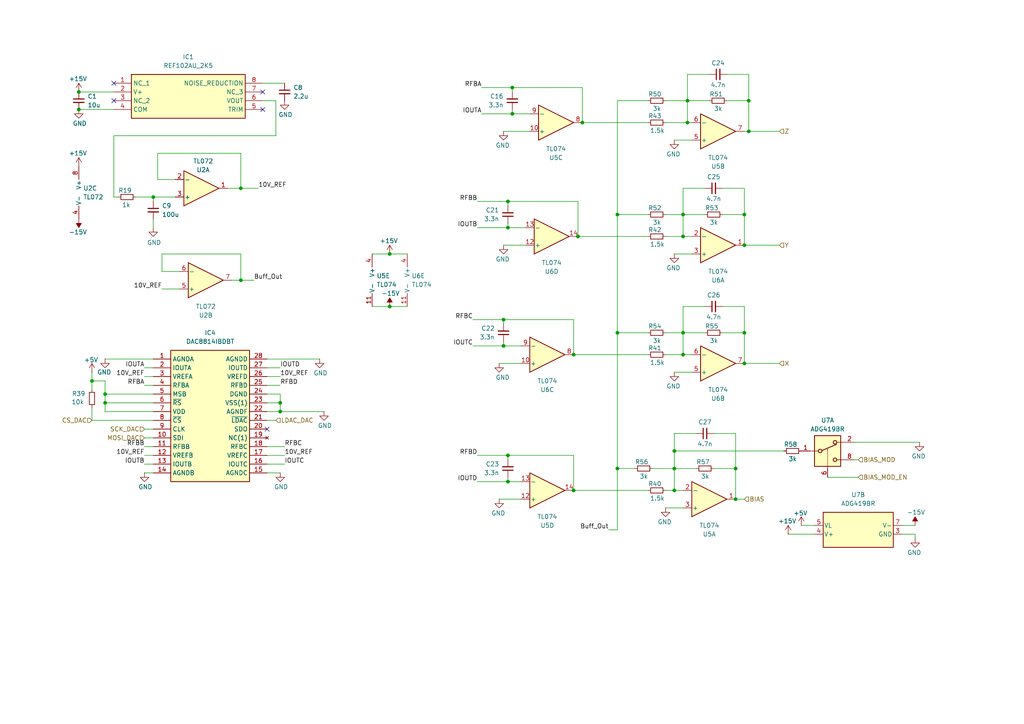
<source format=kicad_sch>
(kicad_sch (version 20250114) (generator "eeschema") (generator_version "9.0")
  (paper "A4")
  (lib_symbols
    (symbol "Amplifier_Operational:TL072" (pin_names (offset 0.127))
      (property "Reference" "U" (at 0 5.08 0))
      (property "Value" "TL072" (at 0 -5.08 0))
      (symbol "TL072_1_1"
        (polyline (pts (xy -5.08 5.08) (xy 5.08 0) (xy -5.08 -5.08) (xy -5.08 5.08)) (stroke (width 0.254)) (fill (type background)))
        (pin input line (at -7.62 2.54 0) (length 2.54) (name "+") (number "3"))
        (pin input line (at -7.62 -2.54 0) (length 2.54) (name "-") (number "2"))
        (pin output line (at 7.62 0 180) (length 2.54) (name "~") (number "1"))
      )
      (symbol "TL072_2_1"
        (polyline (pts (xy -5.08 5.08) (xy 5.08 0) (xy -5.08 -5.08) (xy -5.08 5.08)) (stroke (width 0.254)) (fill (type background)))
        (pin input line (at -7.62 2.54 0) (length 2.54) (name "+") (number "5"))
        (pin input line (at -7.62 -2.54 0) (length 2.54) (name "-") (number "6"))
        (pin output line (at 7.62 0 180) (length 2.54) (name "~") (number "7"))
      )
      (symbol "TL072_3_1"
        (pin power_in line (at -2.54 7.62 270) (length 3.81) (name "V+") (number "8"))
        (pin power_in line (at -2.54 -7.62 90) (length 3.81) (name "V-") (number "4"))
      )
    )
    (symbol "Amplifier_Operational:TL074" (pin_names (offset 0.127))
      (property "Reference" "U" (at 0 5.08 0))
      (property "Value" "TL074" (at 0 -5.08 0))
      (symbol "TL074_1_1"
        (polyline (pts (xy -5.08 5.08) (xy 5.08 0) (xy -5.08 -5.08) (xy -5.08 5.08)) (stroke (width 0.254)) (fill (type background)))
        (pin input line (at -7.62 2.54 0) (length 2.54) (name "+") (number "3"))
        (pin input line (at -7.62 -2.54 0) (length 2.54) (name "-") (number "2"))
        (pin output line (at 7.62 0 180) (length 2.54) (name "~") (number "1"))
      )
      (symbol "TL074_2_1"
        (polyline (pts (xy -5.08 5.08) (xy 5.08 0) (xy -5.08 -5.08) (xy -5.08 5.08)) (stroke (width 0.254)) (fill (type background)))
        (pin input line (at -7.62 2.54 0) (length 2.54) (name "+") (number "5"))
        (pin input line (at -7.62 -2.54 0) (length 2.54) (name "-") (number "6"))
        (pin output line (at 7.62 0 180) (length 2.54) (name "~") (number "7"))
      )
      (symbol "TL074_3_1"
        (polyline (pts (xy -5.08 5.08) (xy 5.08 0) (xy -5.08 -5.08) (xy -5.08 5.08)) (stroke (width 0.254)) (fill (type background)))
        (pin input line (at -7.62 2.54 0) (length 2.54) (name "+") (number "10"))
        (pin input line (at -7.62 -2.54 0) (length 2.54) (name "-") (number "9"))
        (pin output line (at 7.62 0 180) (length 2.54) (name "~") (number "8"))
      )
      (symbol "TL074_4_1"
        (polyline (pts (xy -5.08 5.08) (xy 5.08 0) (xy -5.08 -5.08) (xy -5.08 5.08)) (stroke (width 0.254)) (fill (type background)))
        (pin input line (at -7.62 2.54 0) (length 2.54) (name "+") (number "12"))
        (pin input line (at -7.62 -2.54 0) (length 2.54) (name "-") (number "13"))
        (pin output line (at 7.62 0 180) (length 2.54) (name "~") (number "14"))
      )
      (symbol "TL074_5_1"
        (pin power_in line (at -2.54 7.62 270) (length 3.81) (name "V+") (number "4"))
        (pin power_in line (at -2.54 -7.62 90) (length 3.81) (name "V-") (number "11"))
      )
    )
    (symbol "Analog_Switch:ADG419BR" (pin_names (offset 0.254))
      (property "Reference" "U" (at -3.175 4.699 0))
      (property "Value" "ADG419BR" (at -3.175 2.921 0))
      (symbol "ADG419BR_1_1"
        (polyline (pts (xy -5.08 0) (xy -2.794 0)))
        (rectangle (start -3.81 4.445) (end 3.81 -4.445) (stroke (width 0.254)) (fill (type background)))
        (circle (center -2.159 0) (radius 0.508) (stroke (width 0.254)))
        (polyline (pts (xy -1.651 0.127) (xy 2.54 1.905)) (stroke (width 0.254)))
        (polyline (pts (xy 0 0.254) (xy 0 0.508)))
        (polyline (pts (xy 0 0.254) (xy 0 0.508)))
        (polyline (pts (xy 0 -0.254) (xy 0 0)))
        (polyline (pts (xy 0 -0.762) (xy 0 -0.508)))
        (polyline (pts (xy 0 -1.27) (xy 0 -1.016)))
        (polyline (pts (xy 0 -1.778) (xy 0 -1.524)))
        (polyline (pts (xy 0 -2.286) (xy 0 -2.032)))
        (polyline (pts (xy 0 -2.794) (xy 0 -2.54)))
        (polyline (pts (xy 0 -3.302) (xy 0 -3.048)))
        (polyline (pts (xy 0 -3.81) (xy 0 -3.556)))
        (polyline (pts (xy 0 -4.318) (xy 0 -4.064)))
        (polyline (pts (xy 0 -5.08) (xy 0 -4.572)))
        (circle (center 2.159 2.54) (radius 0.508) (stroke (width 0.254)))
        (circle (center 2.159 -2.54) (radius 0.508) (stroke (width 0.254)))
        (polyline (pts (xy 5.08 2.54) (xy 2.794 2.54)))
        (polyline (pts (xy 5.08 -2.54) (xy 2.794 -2.54)))
        (pin passive line (at -7.62 0 0) (length 2.54) (name "~") (number "1"))
        (pin input line (at 0 -7.62 90) (length 2.54) (name "~") (number "6"))
        (pin passive line (at 7.62 2.54 180) (length 2.54) (name "~") (number "2"))
        (pin passive line (at 7.62 -2.54 180) (length 2.54) (name "~") (number "8"))
      )
      (symbol "ADG419BR_2_0"
        (pin power_in line (at 0 12.7 270) (length 2.54) (name "V+") (number "4"))
        (pin power_in line (at 0 -12.7 90) (length 2.54) (name "GND") (number "3"))
        (pin power_in line (at 2.54 12.7 270) (length 2.54) (name "VL") (number "5"))
        (pin power_in line (at 2.54 -12.7 90) (length 2.54) (name "V-") (number "7"))
      )
      (symbol "ADG419BR_2_1"
        (rectangle (start -3.81 10.16) (end 6.35 -10.16) (stroke (width 0.254)) (fill (type background)))
      )
    )
    (symbol "DAC8814IBDBT:DAC8814IBDBT"
      (property "Reference" "IC" (at 29.21 7.62 0))
      (property "Value" "DAC8814IBDBT" (at 29.21 5.08 0))
      (symbol "DAC8814IBDBT_1_1"
        (rectangle (start 5.08 2.54) (end 27.94 -35.56) (stroke (width 0.254)) (fill (type background)))
        (pin passive line (at 0 0 0) (length 5.08) (name "AGNDA") (number "1"))
        (pin passive line (at 0 -2.54 0) (length 5.08) (name "IOUTA") (number "2"))
        (pin passive line (at 0 -5.08 0) (length 5.08) (name "VREFA") (number "3"))
        (pin passive line (at 0 -7.62 0) (length 5.08) (name "RFBA") (number "4"))
        (pin passive line (at 0 -10.16 0) (length 5.08) (name "MSB") (number "5"))
        (pin passive line (at 0 -12.7 0) (length 5.08) (name "~{RS}") (number "6"))
        (pin passive line (at 0 -15.24 0) (length 5.08) (name "VDD") (number "7"))
        (pin passive line (at 0 -17.78 0) (length 5.08) (name "~{CS}") (number "8"))
        (pin passive line (at 0 -20.32 0) (length 5.08) (name "CLK") (number "9"))
        (pin passive line (at 0 -22.86 0) (length 5.08) (name "SDI") (number "10"))
        (pin passive line (at 0 -25.4 0) (length 5.08) (name "RFBB") (number "11"))
        (pin passive line (at 0 -27.94 0) (length 5.08) (name "VREFB") (number "12"))
        (pin passive line (at 0 -30.48 0) (length 5.08) (name "IOUTB") (number "13"))
        (pin passive line (at 0 -33.02 0) (length 5.08) (name "AGNDB") (number "14"))
        (pin passive line (at 33.02 0 180) (length 5.08) (name "AGNDD") (number "28"))
        (pin passive line (at 33.02 -2.54 180) (length 5.08) (name "IOUTD") (number "27"))
        (pin passive line (at 33.02 -5.08 180) (length 5.08) (name "VREFD") (number "26"))
        (pin passive line (at 33.02 -7.62 180) (length 5.08) (name "RFBD") (number "25"))
        (pin passive line (at 33.02 -10.16 180) (length 5.08) (name "DGND") (number "24"))
        (pin passive line (at 33.02 -12.7 180) (length 5.08) (name "VSS(1)") (number "23"))
        (pin passive line (at 33.02 -15.24 180) (length 5.08) (name "AGNDF") (number "22"))
        (pin passive line (at 33.02 -17.78 180) (length 5.08) (name "~{LDAC}") (number "21"))
        (pin passive line (at 33.02 -20.32 180) (length 5.08) (name "SDO") (number "20"))
        (pin no_connect line (at 33.02 -22.86 180) (length 5.08) (name "NC(1)") (number "19"))
        (pin passive line (at 33.02 -25.4 180) (length 5.08) (name "RFBC") (number "18"))
        (pin passive line (at 33.02 -27.94 180) (length 5.08) (name "VREFC") (number "17"))
        (pin passive line (at 33.02 -30.48 180) (length 5.08) (name "IOUTC") (number "16"))
        (pin passive line (at 33.02 -33.02 180) (length 5.08) (name "AGNDC") (number "15"))
      )
    )
    (symbol "Device:C_Small" (pin_numbers (hide yes)) (pin_names (offset 0.254) (hide yes))
      (property "Reference" "C" (at 0.254 1.778 0))
      (property "Value" "C_Small" (at 0.254 -2.032 0))
      (symbol "C_Small_0_1"
        (polyline (pts (xy -1.524 0.508) (xy 1.524 0.508)) (stroke (width 0.3048)))
        (polyline (pts (xy -1.524 -0.508) (xy 1.524 -0.508)) (stroke (width 0.3302)))
      )
      (symbol "C_Small_1_1"
        (pin passive line (at 0 2.54 270) (length 2.032) (name "~") (number "1"))
        (pin passive line (at 0 -2.54 90) (length 2.032) (name "~") (number "2"))
      )
    )
    (symbol "Device:R_Small" (pin_numbers (hide yes)) (pin_names (offset 0.254) (hide yes))
      (property "Reference" "R" (at 0.762 0.508 0))
      (property "Value" "R_Small" (at 0.762 -1.016 0))
      (symbol "R_Small_0_1"
        (rectangle (start -0.762 1.778) (end 0.762 -1.778) (stroke (width 0.2032)))
      )
      (symbol "R_Small_1_1"
        (pin passive line (at 0 2.54 270) (length 0.762) (name "~") (number "1"))
        (pin passive line (at 0 -2.54 90) (length 0.762) (name "~") (number "2"))
      )
    )
    (symbol "REF102AU_2K5:REF102AU_2K5"
      (property "Reference" "IC" (at 39.37 7.62 0))
      (property "Value" "REF102AU_2K5" (at 39.37 5.08 0))
      (symbol "REF102AU_2K5_1_1"
        (rectangle (start 5.08 2.54) (end 38.1 -10.16) (stroke (width 0.254)) (fill (type background)))
        (pin passive line (at 0 0 0) (length 5.08) (name "NC_1") (number "1"))
        (pin passive line (at 0 -2.54 0) (length 5.08) (name "V+") (number "2"))
        (pin passive line (at 0 -5.08 0) (length 5.08) (name "NC_2") (number "3"))
        (pin passive line (at 0 -7.62 0) (length 5.08) (name "COM") (number "4"))
        (pin passive line (at 43.18 0 180) (length 5.08) (name "NOISE_REDUCTION") (number "8"))
        (pin passive line (at 43.18 -2.54 180) (length 5.08) (name "NC_3") (number "7"))
        (pin passive line (at 43.18 -5.08 180) (length 5.08) (name "VOUT") (number "6"))
        (pin passive line (at 43.18 -7.62 180) (length 5.08) (name "TRIM") (number "5"))
      )
    )
    (symbol "power:+15V" (power) (pin_numbers (hide yes)) (pin_names (offset 0) (hide yes))
      (property "Value" "+15V" (at 0 3.556 0))
      (symbol "+15V_0_1"
        (polyline (pts (xy -0.762 1.27) (xy 0 2.54)))
        (polyline (pts (xy 0 2.54) (xy 0.762 1.27)))
        (polyline (pts (xy 0 0) (xy 0 2.54)))
      )
      (symbol "+15V_1_1"
        (pin power_in line (at 0 0 90) (length 0) (name "~") (number "1"))
      )
    )
    (symbol "power:+5V" (power) (pin_numbers (hide yes)) (pin_names (offset 0) (hide yes))
      (property "Value" "+5V" (at 0 3.556 0))
      (symbol "+5V_0_1"
        (polyline (pts (xy -0.762 1.27) (xy 0 2.54)))
        (polyline (pts (xy 0 2.54) (xy 0.762 1.27)))
        (polyline (pts (xy 0 0) (xy 0 2.54)))
      )
      (symbol "+5V_1_1"
        (pin power_in line (at 0 0 90) (length 0) (name "~") (number "1"))
      )
    )
    (symbol "power:-15V" (power) (pin_numbers (hide yes)) (pin_names (offset 0) (hide yes))
      (property "Value" "-15V" (at 0 3.556 0))
      (symbol "-15V_0_0"
        (pin power_in line (at 0 0 90) (length 0) (name "~") (number "1"))
      )
      (symbol "-15V_0_1"
        (polyline (pts (xy 0 0) (xy 0 1.27) (xy 0.762 1.27) (xy 0 2.54) (xy -0.762 1.27) (xy 0 1.27)) (fill (type outline)))
      )
    )
    (symbol "power:GND" (power) (pin_numbers (hide yes)) (pin_names (offset 0) (hide yes))
      (property "Value" "GND" (at 0 -3.81 0))
      (symbol "GND_0_1"
        (polyline (pts (xy 0 0) (xy 0 -1.27) (xy 1.27 -1.27) (xy 0 -2.54) (xy -1.27 -1.27) (xy 0 -1.27)))
      )
      (symbol "GND_1_1"
        (pin power_in line (at 0 0 270) (length 0) (name "~") (number "1"))
      )
    )
  )
  (junction (at 167.64 68.58))
  (junction (at 166.37 142.24))
  (junction (at 30.48 116.84))
  (junction (at 69.85 81.28))
  (junction (at 217.17 38.1))
  (junction (at 147.32 66.04))
  (junction (at 215.9 71.12))
  (junction (at 217.17 29.21))
  (junction (at 147.32 58.42))
  (junction (at 215.9 105.41))
  (junction (at 113.03 73.66))
  (junction (at 179.07 62.23))
  (junction (at 148.59 33.02))
  (junction (at 148.59 25.4))
  (junction (at 215.9 96.52))
  (junction (at 26.67 110.49))
  (junction (at 69.85 54.61))
  (junction (at 147.32 132.08))
  (junction (at 166.37 102.87))
  (junction (at 215.9 62.23))
  (junction (at 198.12 102.87))
  (junction (at 81.28 119.38))
  (junction (at 195.58 142.24))
  (junction (at 198.12 68.58))
  (junction (at 146.05 100.33))
  (junction (at 195.58 130.81))
  (junction (at 22.86 31.75))
  (junction (at 198.12 62.23))
  (junction (at 179.07 96.52))
  (junction (at 199.39 29.21))
  (junction (at 113.03 88.9))
  (junction (at 179.07 135.89))
  (junction (at 213.36 135.89))
  (junction (at 213.36 144.78))
  (junction (at 146.05 92.71))
  (junction (at 22.86 26.67))
  (junction (at 30.48 114.3))
  (junction (at 44.45 57.15))
  (junction (at 147.32 139.7))
  (junction (at 195.58 135.89))
  (junction (at 168.91 35.56))
  (junction (at 199.39 35.56))
  (junction (at 198.12 96.52))
  (junction (at 81.28 116.84))
  (no_connect (at 33.02 29.21))
  (no_connect (at 77.47 124.46))
  (no_connect (at 76.2 31.75))
  (no_connect (at 76.2 26.67))
  (no_connect (at 33.02 24.13))
  (wire (pts (xy 77.47 119.38) (xy 81.28 119.38)))
  (wire (pts (xy 195.58 107.95) (xy 200.66 107.95)))
  (wire (pts (xy 147.32 66.04) (xy 152.4 66.04)))
  (wire (pts (xy 240.03 138.43) (xy 248.92 138.43)))
  (wire (pts (xy 147.32 64.77) (xy 147.32 66.04)))
  (wire (pts (xy 198.12 102.87) (xy 200.66 102.87)))
  (wire (pts (xy 146.05 38.1) (xy 153.67 38.1)))
  (wire (pts (xy 215.9 62.23) (xy 215.9 71.12)))
  (wire (pts (xy 210.82 21.59) (xy 217.17 21.59)))
  (wire (pts (xy 199.39 35.56) (xy 200.66 35.56)))
  (wire (pts (xy 193.04 29.21) (xy 199.39 29.21)))
  (wire (pts (xy 198.12 68.58) (xy 200.66 68.58)))
  (wire (pts (xy 167.64 68.58) (xy 187.96 68.58)))
  (wire (pts (xy 77.47 116.84) (xy 81.28 116.84)))
  (wire (pts (xy 215.9 38.1) (xy 217.17 38.1)))
  (wire (pts (xy 213.36 125.73) (xy 213.36 135.89)))
  (wire (pts (xy 30.48 114.3) (xy 30.48 116.84)))
  (wire (pts (xy 247.65 133.35) (xy 248.92 133.35)))
  (wire (pts (xy 80.01 39.37) (xy 33.02 39.37)))
  (wire (pts (xy 22.86 31.75) (xy 33.02 31.75)))
  (wire (pts (xy 30.48 119.38) (xy 30.48 116.84)))
  (wire (pts (xy 146.05 100.33) (xy 151.13 100.33)))
  (wire (pts (xy 193.04 68.58) (xy 198.12 68.58)))
  (wire (pts (xy 80.01 29.21) (xy 76.2 29.21)))
  (wire (pts (xy 193.04 62.23) (xy 198.12 62.23)))
  (wire (pts (xy 198.12 54.61) (xy 198.12 62.23)))
  (wire (pts (xy 46.99 83.82) (xy 52.07 83.82)))
  (wire (pts (xy 144.78 105.41) (xy 151.13 105.41)))
  (wire (pts (xy 41.91 137.16) (xy 44.45 137.16)))
  (wire (pts (xy 228.6 154.94) (xy 236.22 154.94)))
  (wire (pts (xy 176.53 153.67) (xy 179.07 153.67)))
  (wire (pts (xy 166.37 132.08) (xy 166.37 142.24)))
  (wire (pts (xy 265.43 156.21) (xy 265.43 154.94)))
  (wire (pts (xy 33.02 57.15) (xy 34.29 57.15)))
  (wire (pts (xy 41.91 129.54) (xy 44.45 129.54)))
  (wire (pts (xy 44.45 116.84) (xy 30.48 116.84)))
  (wire (pts (xy 144.78 144.78) (xy 151.13 144.78)))
  (wire (pts (xy 213.36 135.89) (xy 213.36 144.78)))
  (wire (pts (xy 146.05 71.12) (xy 152.4 71.12)))
  (wire (pts (xy 148.59 31.75) (xy 148.59 33.02)))
  (wire (pts (xy 22.86 26.67) (xy 33.02 26.67)))
  (wire (pts (xy 80.01 39.37) (xy 80.01 29.21)))
  (wire (pts (xy 81.28 111.76) (xy 77.47 111.76)))
  (wire (pts (xy 204.47 88.9) (xy 198.12 88.9)))
  (wire (pts (xy 199.39 29.21) (xy 205.74 29.21)))
  (wire (pts (xy 41.91 134.62) (xy 44.45 134.62)))
  (wire (pts (xy 265.43 154.94) (xy 261.62 154.94)))
  (wire (pts (xy 210.82 29.21) (xy 217.17 29.21)))
  (wire (pts (xy 147.32 138.43) (xy 147.32 139.7)))
  (wire (pts (xy 30.48 114.3) (xy 30.48 110.49)))
  (wire (pts (xy 193.04 35.56) (xy 199.39 35.56)))
  (wire (pts (xy 261.62 152.4) (xy 265.43 152.4)))
  (wire (pts (xy 215.9 105.41) (xy 226.06 105.41)))
  (wire (pts (xy 215.9 54.61) (xy 215.9 62.23)))
  (wire (pts (xy 213.36 144.78) (xy 215.9 144.78)))
  (wire (pts (xy 217.17 21.59) (xy 217.17 29.21)))
  (wire (pts (xy 209.55 88.9) (xy 215.9 88.9)))
  (wire (pts (xy 107.95 88.9) (xy 113.03 88.9)))
  (wire (pts (xy 198.12 96.52) (xy 204.47 96.52)))
  (wire (pts (xy 69.85 54.61) (xy 66.04 54.61)))
  (wire (pts (xy 209.55 54.61) (xy 215.9 54.61)))
  (wire (pts (xy 168.91 35.56) (xy 168.91 25.4)))
  (wire (pts (xy 45.72 52.07) (xy 45.72 44.45)))
  (wire (pts (xy 81.28 106.68) (xy 77.47 106.68)))
  (wire (pts (xy 166.37 92.71) (xy 166.37 102.87)))
  (wire (pts (xy 82.55 129.54) (xy 77.47 129.54)))
  (wire (pts (xy 166.37 92.71) (xy 146.05 92.71)))
  (wire (pts (xy 147.32 139.7) (xy 151.13 139.7)))
  (wire (pts (xy 44.45 114.3) (xy 30.48 114.3)))
  (wire (pts (xy 26.67 118.11) (xy 26.67 121.92)))
  (wire (pts (xy 179.07 29.21) (xy 179.07 62.23)))
  (wire (pts (xy 139.7 25.4) (xy 148.59 25.4)))
  (wire (pts (xy 147.32 132.08) (xy 147.32 133.35)))
  (wire (pts (xy 195.58 73.66) (xy 200.66 73.66)))
  (wire (pts (xy 198.12 96.52) (xy 198.12 102.87)))
  (wire (pts (xy 41.91 109.22) (xy 44.45 109.22)))
  (wire (pts (xy 168.91 25.4) (xy 148.59 25.4)))
  (wire (pts (xy 195.58 135.89) (xy 195.58 142.24)))
  (wire (pts (xy 198.12 62.23) (xy 198.12 68.58)))
  (wire (pts (xy 30.48 110.49) (xy 26.67 110.49)))
  (wire (pts (xy 205.74 21.59) (xy 199.39 21.59)))
  (wire (pts (xy 179.07 96.52) (xy 187.96 96.52)))
  (wire (pts (xy 167.64 68.58) (xy 167.64 58.42)))
  (wire (pts (xy 138.43 66.04) (xy 147.32 66.04)))
  (wire (pts (xy 81.28 114.3) (xy 81.28 116.84)))
  (wire (pts (xy 207.01 125.73) (xy 213.36 125.73)))
  (wire (pts (xy 69.85 81.28) (xy 67.31 81.28)))
  (wire (pts (xy 166.37 142.24) (xy 187.96 142.24)))
  (wire (pts (xy 69.85 54.61) (xy 74.93 54.61)))
  (wire (pts (xy 82.55 134.62) (xy 77.47 134.62)))
  (wire (pts (xy 81.28 119.38) (xy 93.98 119.38)))
  (wire (pts (xy 69.85 44.45) (xy 69.85 54.61)))
  (wire (pts (xy 44.45 66.04) (xy 44.45 63.5)))
  (wire (pts (xy 77.47 109.22) (xy 81.28 109.22)))
  (wire (pts (xy 168.91 35.56) (xy 187.96 35.56)))
  (wire (pts (xy 41.91 132.08) (xy 44.45 132.08)))
  (wire (pts (xy 195.58 130.81) (xy 195.58 135.89)))
  (wire (pts (xy 77.47 132.08) (xy 82.55 132.08)))
  (wire (pts (xy 204.47 54.61) (xy 198.12 54.61)))
  (wire (pts (xy 148.59 33.02) (xy 153.67 33.02)))
  (wire (pts (xy 215.9 88.9) (xy 215.9 96.52)))
  (wire (pts (xy 50.8 52.07) (xy 45.72 52.07)))
  (wire (pts (xy 81.28 116.84) (xy 81.28 119.38)))
  (wire (pts (xy 52.07 78.74) (xy 46.99 78.74)))
  (wire (pts (xy 199.39 29.21) (xy 199.39 35.56)))
  (wire (pts (xy 198.12 62.23) (xy 204.47 62.23)))
  (wire (pts (xy 166.37 102.87) (xy 187.96 102.87)))
  (wire (pts (xy 26.67 107.95) (xy 26.67 110.49)))
  (wire (pts (xy 195.58 135.89) (xy 201.93 135.89)))
  (wire (pts (xy 137.16 92.71) (xy 146.05 92.71)))
  (wire (pts (xy 39.37 57.15) (xy 44.45 57.15)))
  (wire (pts (xy 77.47 104.14) (xy 92.71 104.14)))
  (wire (pts (xy 215.9 96.52) (xy 215.9 105.41)))
  (wire (pts (xy 41.91 124.46) (xy 44.45 124.46)))
  (wire (pts (xy 146.05 99.06) (xy 146.05 100.33)))
  (wire (pts (xy 139.7 33.02) (xy 148.59 33.02)))
  (wire (pts (xy 46.99 73.66) (xy 69.85 73.66)))
  (wire (pts (xy 107.95 73.66) (xy 113.03 73.66)))
  (wire (pts (xy 30.48 104.14) (xy 44.45 104.14)))
  (wire (pts (xy 69.85 81.28) (xy 73.66 81.28)))
  (wire (pts (xy 195.58 125.73) (xy 195.58 130.81)))
  (wire (pts (xy 247.65 128.27) (xy 266.7 128.27)))
  (wire (pts (xy 44.45 57.15) (xy 50.8 57.15)))
  (wire (pts (xy 195.58 40.64) (xy 200.66 40.64)))
  (wire (pts (xy 193.04 142.24) (xy 195.58 142.24)))
  (wire (pts (xy 77.47 121.92) (xy 80.01 121.92)))
  (wire (pts (xy 138.43 132.08) (xy 147.32 132.08)))
  (wire (pts (xy 201.93 125.73) (xy 195.58 125.73)))
  (wire (pts (xy 77.47 137.16) (xy 81.28 137.16)))
  (wire (pts (xy 138.43 58.42) (xy 147.32 58.42)))
  (wire (pts (xy 179.07 29.21) (xy 187.96 29.21)))
  (wire (pts (xy 189.23 135.89) (xy 195.58 135.89)))
  (wire (pts (xy 69.85 73.66) (xy 69.85 81.28)))
  (wire (pts (xy 179.07 153.67) (xy 179.07 135.89)))
  (wire (pts (xy 33.02 39.37) (xy 33.02 57.15)))
  (wire (pts (xy 113.03 88.9) (xy 118.11 88.9)))
  (wire (pts (xy 146.05 92.71) (xy 146.05 93.98)))
  (wire (pts (xy 217.17 38.1) (xy 226.06 38.1)))
  (wire (pts (xy 199.39 21.59) (xy 199.39 29.21)))
  (wire (pts (xy 179.07 135.89) (xy 179.07 96.52)))
  (wire (pts (xy 217.17 29.21) (xy 217.17 38.1)))
  (wire (pts (xy 209.55 96.52) (xy 215.9 96.52)))
  (wire (pts (xy 76.2 24.13) (xy 82.55 24.13)))
  (wire (pts (xy 46.99 78.74) (xy 46.99 73.66)))
  (wire (pts (xy 179.07 62.23) (xy 187.96 62.23)))
  (wire (pts (xy 138.43 139.7) (xy 147.32 139.7)))
  (wire (pts (xy 167.64 58.42) (xy 147.32 58.42)))
  (wire (pts (xy 44.45 57.15) (xy 44.45 58.42)))
  (wire (pts (xy 198.12 88.9) (xy 198.12 96.52)))
  (wire (pts (xy 45.72 44.45) (xy 69.85 44.45)))
  (wire (pts (xy 137.16 100.33) (xy 146.05 100.33)))
  (wire (pts (xy 193.04 147.32) (xy 198.12 147.32)))
  (wire (pts (xy 179.07 62.23) (xy 179.07 96.52)))
  (wire (pts (xy 147.32 58.42) (xy 147.32 59.69)))
  (wire (pts (xy 193.04 102.87) (xy 198.12 102.87)))
  (wire (pts (xy 44.45 119.38) (xy 30.48 119.38)))
  (wire (pts (xy 26.67 113.03) (xy 26.67 110.49)))
  (wire (pts (xy 26.67 121.92) (xy 44.45 121.92)))
  (wire (pts (xy 77.47 114.3) (xy 81.28 114.3)))
  (wire (pts (xy 195.58 130.81) (xy 227.33 130.81)))
  (wire (pts (xy 215.9 71.12) (xy 226.06 71.12)))
  (wire (pts (xy 179.07 135.89) (xy 184.15 135.89)))
  (wire (pts (xy 195.58 142.24) (xy 198.12 142.24)))
  (wire (pts (xy 207.01 135.89) (xy 213.36 135.89)))
  (wire (pts (xy 147.32 132.08) (xy 166.37 132.08)))
  (wire (pts (xy 113.03 73.66) (xy 118.11 73.66)))
  (wire (pts (xy 41.91 127) (xy 44.45 127)))
  (wire (pts (xy 41.91 106.68) (xy 44.45 106.68)))
  (wire (pts (xy 193.04 96.52) (xy 198.12 96.52)))
  (wire (pts (xy 232.41 152.4) (xy 236.22 152.4)))
  (wire (pts (xy 209.55 62.23) (xy 215.9 62.23)))
  (wire (pts (xy 148.59 25.4) (xy 148.59 26.67)))
  (wire (pts (xy 41.91 111.76) (xy 44.45 111.76)))
  (label "RFBD" (at 81.28 111.76 0))
  (label "10V_REF" (at 82.55 132.08 0))
  (label "RFBA" (at 139.7 25.4 180))
  (label "IOUTD" (at 81.28 106.68 0))
  (label "RFBC" (at 137.16 92.71 180))
  (label "IOUTB" (at 41.91 134.62 180))
  (label "IOUTA" (at 41.91 106.68 180))
  (label "RFBD" (at 138.43 132.08 180))
  (label "10V_REF" (at 41.91 132.08 180))
  (label "10V_REF" (at 41.91 109.22 180))
  (label "RFBC" (at 82.55 129.54 0))
  (label "10V_REF" (at 46.99 83.82 180))
  (label "Buff_Out" (at 73.66 81.28 0))
  (label "IOUTC" (at 82.55 134.62 0))
  (label "RFBB" (at 138.43 58.42 180))
  (label "10V_REF" (at 74.93 54.61 0))
  (label "Buff_Out" (at 176.53 153.67 180))
  (label "RFBA" (at 41.91 111.76 180))
  (label "RFBB" (at 41.91 129.54 180))
  (label "10V_REF" (at 81.28 109.22 0))
  (label "IOUTB" (at 138.43 66.04 180))
  (label "IOUTC" (at 137.16 100.33 180))
  (label "IOUTD" (at 138.43 139.7 180))
  (label "IOUTA" (at 139.7 33.02 180))
  (hierarchical_label "CS_DAC" (shape input) (at 26.67 121.92 180))
  (hierarchical_label "BIAS_MOD" (shape input) (at 248.92 133.35 0))
  (hierarchical_label "SCK_DAC" (shape input) (at 41.91 124.46 180))
  (hierarchical_label "MOSI_DAC" (shape input) (at 41.91 127 180))
  (hierarchical_label "Z" (shape input) (at 226.06 38.1 0))
  (hierarchical_label "LDAC_DAC" (shape input) (at 80.01 121.92 0))
  (hierarchical_label "X" (shape input) (at 226.06 105.41 0))
  (hierarchical_label "BIAS" (shape input) (at 215.9 144.78 0))
  (hierarchical_label "Y" (shape input) (at 226.06 71.12 0))
  (hierarchical_label "BIAS_MOD_EN" (shape input) (at 248.92 138.43 0))
  (symbol (lib_id "Device:R_Small") (at 208.28 29.21 90) (unit 1)
    (property "Reference" "R51" (at 209.677 27.305 90) (effects (justify left)))
    (property "Value" "3k" (at 209.55 31.496 90) (effects (justify left)))
    (property "Description" "Resistor, small symbol" (effects (hide yes)))
  )
  (symbol (lib_id "power:GND") (at 195.58 73.66 0) (unit 1)
    (property "Reference" "#PWR040" (effects (hide yes)))
    (property "Value" "GND" (at 195.326 77.724 0))
    (property "Description" "Power symbol creates a global label with name \"GND\" , ground" (effects (hide yes)))
  )
  (symbol (lib_id "Device:R_Small") (at 204.47 135.89 90) (unit 1)
    (property "Reference" "R57" (at 205.867 133.985 90) (effects (justify left)))
    (property "Value" "3k" (at 205.74 138.176 90) (effects (justify left)))
    (property "Description" "Resistor, small symbol" (effects (hide yes)))
  )
  (symbol (lib_id "Device:R_Small") (at 190.5 102.87 90) (unit 1)
    (property "Reference" "R41" (at 191.897 100.965 90) (effects (justify left)))
    (property "Value" "1.5k" (at 192.786 105.156 90) (effects (justify left)))
    (property "Description" "Resistor, small symbol" (effects (hide yes)))
  )
  (symbol (lib_id "Device:C_Small") (at 146.05 96.52 0) (mirror x) (unit 1)
    (property "Reference" "C22" (at 143.51 95.2435 0) (effects (justify right)))
    (property "Value" "3.3n" (at 143.51 97.7835 0) (effects (justify right)))
    (property "Description" "Unpolarized capacitor, small symbol" (effects (hide yes)))
  )
  (symbol (lib_id "Analog_Switch:ADG419BR") (at 248.92 154.94 90) (unit 2)
    (property "Reference" "U7" (at 248.92 143.51 90))
    (property "Value" "ADG419BR" (at 248.92 146.05 90))
    (property "Footprint" "Package_SO:SOIC-8_3.9x4.9mm_P1.27mm" (effects (hide yes)))
    (property "Datasheet" "https://www.analog.com/media/en/technical-documentation/data-sheets/ADG419.pdf" (effects (hide yes)))
    (property "Description" "Single SPDT Monolithic LC²MOS Analog Switch, 25Ohm Ron, SOIC-8" (effects (hide yes)))
  )
  (symbol (lib_id "power:+5V") (at 232.41 152.4 0) (unit 1)
    (property "Reference" "#PWR019" (effects (hide yes)))
    (property "Value" "+5V" (at 232.156 148.844 0))
    (property "Description" "Power symbol creates a global label with name \"+5V\"" (effects (hide yes)))
  )
  (symbol (lib_id "Device:R_Small") (at 190.5 62.23 90) (unit 1)
    (property "Reference" "R52" (at 191.897 60.325 90) (effects (justify left)))
    (property "Value" "3k" (at 191.77 64.516 90) (effects (justify left)))
    (property "Description" "Resistor, small symbol" (effects (hide yes)))
  )
  (symbol (lib_id "Amplifier_Operational:TL074") (at 158.75 102.87 0) (mirror x) (unit 3)
    (property "Reference" "U6" (at 158.75 113.03 0))
    (property "Value" "TL074" (at 158.75 110.49 0))
    (property "Datasheet" "http://www.ti.com/lit/ds/symlink/tl071.pdf" (effects (hide yes)))
    (property "Description" "Quad Low-Noise JFET-Input Operational Amplifiers, DIP-14/SOIC-14" (effects (hide yes)))
  )
  (symbol (lib_id "Device:C_Small") (at 207.01 54.61 90) (unit 1)
    (property "Reference" "C25" (at 207.01 51.308 90))
    (property "Value" "4.7n" (at 207.01 57.658 90))
    (property "Description" "Unpolarized capacitor, small symbol" (effects (hide yes)))
  )
  (symbol (lib_id "power:-15V") (at 265.43 152.4 0) (mirror y) (unit 1)
    (property "Reference" "#PWR044" (effects (hide yes)))
    (property "Value" "-15V" (at 265.684 148.59 0))
    (property "Description" "Power symbol creates a global label with name \"-15V\"" (effects (hide yes)))
  )
  (symbol (lib_id "Amplifier_Operational:TL074") (at 110.49 81.28 0) (unit 5)
    (property "Reference" "U5" (at 109.22 80.0099 0) (effects (justify left)))
    (property "Value" "TL074" (at 109.22 82.5499 0) (effects (justify left)))
    (property "Datasheet" "http://www.ti.com/lit/ds/symlink/tl071.pdf" (effects (hide yes)))
    (property "Description" "Quad Low-Noise JFET-Input Operational Amplifiers, DIP-14/SOIC-14" (effects (hide yes)))
  )
  (symbol (lib_id "power:GND") (at 193.04 147.32 0) (unit 1)
    (property "Reference" "#PWR036" (effects (hide yes)))
    (property "Value" "GND" (at 192.786 151.384 0))
    (property "Description" "Power symbol creates a global label with name \"GND\" , ground" (effects (hide yes)))
  )
  (symbol (lib_id "power:GND") (at 195.58 40.64 0) (unit 1)
    (property "Reference" "#PWR041" (effects (hide yes)))
    (property "Value" "GND" (at 195.326 44.704 0))
    (property "Description" "Power symbol creates a global label with name \"GND\" , ground" (effects (hide yes)))
  )
  (symbol (lib_id "power:GND") (at 195.58 107.95 0) (unit 1)
    (property "Reference" "#PWR037" (effects (hide yes)))
    (property "Value" "GND" (at 195.326 112.014 0))
    (property "Description" "Power symbol creates a global label with name \"GND\" , ground" (effects (hide yes)))
  )
  (symbol (lib_id "Device:C_Small") (at 22.86 29.21 0) (unit 1)
    (property "Reference" "C1" (at 25.4 27.9462 0) (effects (justify left)))
    (property "Value" "10u" (at 25.4 30.4862 0) (effects (justify left)))
    (property "Description" "Unpolarized capacitor, small symbol" (effects (hide yes)))
  )
  (symbol (lib_id "Device:R_Small") (at 190.5 96.52 90) (unit 1)
    (property "Reference" "R54" (at 191.897 94.615 90) (effects (justify left)))
    (property "Value" "3k" (at 191.77 98.806 90) (effects (justify left)))
    (property "Description" "Resistor, small symbol" (effects (hide yes)))
  )
  (symbol (lib_id "power:GND") (at 82.55 29.21 0) (unit 1)
    (property "Reference" "#PWR020" (effects (hide yes)))
    (property "Value" "GND" (at 82.804 33.274 0))
    (property "Description" "Power symbol creates a global label with name \"GND\" , ground" (effects (hide yes)))
  )
  (symbol (lib_id "Device:R_Small") (at 229.87 130.81 90) (unit 1)
    (property "Reference" "R58" (at 231.267 128.905 90) (effects (justify left)))
    (property "Value" "3k" (at 231.14 133.096 90) (effects (justify left)))
    (property "Description" "Resistor, small symbol" (effects (hide yes)))
  )
  (symbol (lib_id "Device:R_Small") (at 26.67 115.57 180) (unit 1)
    (property "Reference" "R39" (at 24.765 114.173 0) (effects (justify left)))
    (property "Value" "10k" (at 24.384 116.586 0) (effects (justify left)))
    (property "Description" "Resistor, small symbol" (effects (hide yes)))
  )
  (symbol (lib_id "power:GND") (at 93.98 119.38 0) (unit 1)
    (property "Reference" "#PWR027" (effects (hide yes)))
    (property "Value" "GND" (at 94.234 123.444 0))
    (property "Description" "Power symbol creates a global label with name \"GND\" , ground" (effects (hide yes)))
  )
  (symbol (lib_id "power:GND") (at 30.48 104.14 0) (unit 1)
    (property "Reference" "#PWR030" (effects (hide yes)))
    (property "Value" "GND" (at 30.226 107.95 0))
    (property "Description" "Power symbol creates a global label with name \"GND\" , ground" (effects (hide yes)))
  )
  (symbol (lib_id "power:+15V") (at 22.86 48.26 0) (unit 1)
    (property "Reference" "#PWR023" (effects (hide yes)))
    (property "Value" "+15V" (at 22.606 44.45 0))
    (property "Description" "Power symbol creates a global label with name \"+15V\"" (effects (hide yes)))
  )
  (symbol (lib_id "Amplifier_Operational:TL074") (at 205.74 144.78 0) (mirror x) (unit 1)
    (property "Reference" "U5" (at 205.74 154.94 0))
    (property "Value" "TL074" (at 205.74 152.4 0))
    (property "Datasheet" "http://www.ti.com/lit/ds/symlink/tl071.pdf" (effects (hide yes)))
    (property "Description" "Quad Low-Noise JFET-Input Operational Amplifiers, DIP-14/SOIC-14" (effects (hide yes)))
  )
  (symbol (lib_id "REF102AU_2K5:REF102AU_2K5") (at 33.02 24.13 0) (unit 1)
    (property "Reference" "IC1" (at 54.61 16.51 0))
    (property "Value" "REF102AU_2K5" (at 54.61 19.05 0))
    (property "Footprint" "REF102AU_2K5:SOIC127P600X175-8N" (effects (hide yes)))
    (property "Datasheet" "http://www.ti.com/lit/gpn/REF102" (effects (hide yes)))
    (property "Description" "2.5-ppm/C drift, 10-V precision voltage reference" (effects (hide yes)))
    (property "Height" "1.75" (effects (hide yes)))
    (property "Mouser Part Number" "595-REF102AU/2K5" (effects (hide yes)))
    (property "Mouser Price/Stock" "https://www.mouser.co.uk/ProductDetail/Texas-Instruments/REF102AU-2K5?qs=sSOk4GDDv7x0k4znujK5xg%3D%3D" (effects (hide yes)))
    (property "Manufacturer_Name" "Texas Instruments" (effects (hide yes)))
    (property "Manufacturer_Part_Number" "REF102AU/2K5" (effects (hide yes)))
  )
  (symbol (lib_id "Amplifier_Operational:TL074") (at 208.28 105.41 0) (mirror x) (unit 2)
    (property "Reference" "U6" (at 208.28 115.57 0))
    (property "Value" "TL074" (at 208.28 113.03 0))
    (property "Datasheet" "http://www.ti.com/lit/ds/symlink/tl071.pdf" (effects (hide yes)))
    (property "Description" "Quad Low-Noise JFET-Input Operational Amplifiers, DIP-14/SOIC-14" (effects (hide yes)))
  )
  (symbol (lib_id "Amplifier_Operational:TL072") (at 25.4 55.88 0) (unit 3)
    (property "Reference" "U2" (at 24.13 54.6099 0) (effects (justify left)))
    (property "Value" "TL072" (at 24.13 57.1499 0) (effects (justify left)))
    (property "Datasheet" "http://www.ti.com/lit/ds/symlink/tl071.pdf" (effects (hide yes)))
    (property "Description" "Dual Low-Noise JFET-Input Operational Amplifiers, DIP-8/SOIC-8" (effects (hide yes)))
  )
  (symbol (lib_id "Amplifier_Operational:TL074") (at 160.02 68.58 0) (mirror x) (unit 4)
    (property "Reference" "U6" (at 160.02 78.74 0))
    (property "Value" "TL074" (at 160.02 76.2 0))
    (property "Datasheet" "http://www.ti.com/lit/ds/symlink/tl071.pdf" (effects (hide yes)))
    (property "Description" "Quad Low-Noise JFET-Input Operational Amplifiers, DIP-14/SOIC-14" (effects (hide yes)))
  )
  (symbol (lib_id "power:GND") (at 44.45 66.04 0) (unit 1)
    (property "Reference" "#PWR043" (effects (hide yes)))
    (property "Value" "GND" (at 44.704 70.358 0))
    (property "Description" "Power symbol creates a global label with name \"GND\" , ground" (effects (hide yes)))
  )
  (symbol (lib_id "power:GND") (at 81.28 137.16 0) (unit 1)
    (property "Reference" "#PWR026" (effects (hide yes)))
    (property "Value" "GND" (at 81.534 141.224 0))
    (property "Description" "Power symbol creates a global label with name \"GND\" , ground" (effects (hide yes)))
  )
  (symbol (lib_id "Amplifier_Operational:TL074") (at 158.75 142.24 0) (mirror x) (unit 4)
    (property "Reference" "U5" (at 158.75 152.4 0))
    (property "Value" "TL074" (at 158.75 149.86 0))
    (property "Datasheet" "http://www.ti.com/lit/ds/symlink/tl071.pdf" (effects (hide yes)))
    (property "Description" "Quad Low-Noise JFET-Input Operational Amplifiers, DIP-14/SOIC-14" (effects (hide yes)))
  )
  (symbol (lib_id "Amplifier_Operational:TL074") (at 208.28 71.12 0) (mirror x) (unit 1)
    (property "Reference" "U6" (at 208.28 81.28 0))
    (property "Value" "TL074" (at 208.28 78.74 0))
    (property "Datasheet" "http://www.ti.com/lit/ds/symlink/tl071.pdf" (effects (hide yes)))
    (property "Description" "Quad Low-Noise JFET-Input Operational Amplifiers, DIP-14/SOIC-14" (effects (hide yes)))
  )
  (symbol (lib_id "Amplifier_Operational:TL074") (at 161.29 35.56 0) (mirror x) (unit 3)
    (property "Reference" "U5" (at 161.29 45.72 0))
    (property "Value" "TL074" (at 161.29 43.18 0))
    (property "Datasheet" "http://www.ti.com/lit/ds/symlink/tl071.pdf" (effects (hide yes)))
    (property "Description" "Quad Low-Noise JFET-Input Operational Amplifiers, DIP-14/SOIC-14" (effects (hide yes)))
  )
  (symbol (lib_id "Device:C_Small") (at 147.32 135.89 0) (mirror x) (unit 1)
    (property "Reference" "C23" (at 144.78 134.6135 0) (effects (justify right)))
    (property "Value" "3.3n" (at 144.78 137.1535 0) (effects (justify right)))
    (property "Description" "Unpolarized capacitor, small symbol" (effects (hide yes)))
  )
  (symbol (lib_id "power:+15V") (at 113.03 73.66 0) (unit 1)
    (property "Reference" "#PWR032" (effects (hide yes)))
    (property "Value" "+15V" (at 112.776 69.85 0))
    (property "Description" "Power symbol creates a global label with name \"+15V\"" (effects (hide yes)))
  )
  (symbol (lib_id "power:GND") (at 41.91 137.16 0) (unit 1)
    (property "Reference" "#PWR025" (effects (hide yes)))
    (property "Value" "GND" (at 42.164 141.224 0))
    (property "Description" "Power symbol creates a global label with name \"GND\" , ground" (effects (hide yes)))
  )
  (symbol (lib_id "Device:C_Small") (at 147.32 62.23 0) (mirror x) (unit 1)
    (property "Reference" "C21" (at 144.78 60.9535 0) (effects (justify right)))
    (property "Value" "3.3n" (at 144.78 63.4935 0) (effects (justify right)))
    (property "Description" "Unpolarized capacitor, small symbol" (effects (hide yes)))
  )
  (symbol (lib_id "power:GND") (at 22.86 31.75 0) (unit 1)
    (property "Reference" "#PWR021" (effects (hide yes)))
    (property "Value" "GND" (at 23.114 35.814 0))
    (property "Description" "Power symbol creates a global label with name \"GND\" , ground" (effects (hide yes)))
  )
  (symbol (lib_id "power:GND") (at 266.7 128.27 0) (unit 1)
    (property "Reference" "#PWR047" (effects (hide yes)))
    (property "Value" "GND" (at 266.446 132.334 0))
    (property "Description" "Power symbol creates a global label with name \"GND\" , ground" (effects (hide yes)))
  )
  (symbol (lib_id "power:GND") (at 144.78 105.41 0) (unit 1)
    (property "Reference" "#PWR038" (effects (hide yes)))
    (property "Value" "GND" (at 145.796 109.474 0))
    (property "Description" "Power symbol creates a global label with name \"GND\" , ground" (effects (hide yes)))
  )
  (symbol (lib_id "Analog_Switch:ADG419BR") (at 240.03 130.81 0) (unit 1)
    (property "Reference" "U7" (at 240.03 121.92 0))
    (property "Value" "ADG419BR" (at 240.03 124.46 0))
    (property "Footprint" "Package_SO:SOIC-8_3.9x4.9mm_P1.27mm" (effects (hide yes)))
    (property "Datasheet" "https://www.analog.com/media/en/technical-documentation/data-sheets/ADG419.pdf" (effects (hide yes)))
    (property "Description" "Single SPDT Monolithic LC²MOS Analog Switch, 25Ohm Ron, SOIC-8" (effects (hide yes)))
  )
  (symbol (lib_id "Device:C_Small") (at 44.45 60.96 0) (unit 1)
    (property "Reference" "C9" (at 46.99 59.6962 0) (effects (justify left)))
    (property "Value" "100u" (at 46.99 62.2362 0) (effects (justify left)))
    (property "Description" "Unpolarized capacitor, small symbol" (effects (hide yes)))
  )
  (symbol (lib_id "Amplifier_Operational:TL074") (at 120.65 81.28 0) (unit 5)
    (property "Reference" "U6" (at 119.38 80.0099 0) (effects (justify left)))
    (property "Value" "TL074" (at 119.38 82.5499 0) (effects (justify left)))
    (property "Datasheet" "http://www.ti.com/lit/ds/symlink/tl071.pdf" (effects (hide yes)))
    (property "Description" "Quad Low-Noise JFET-Input Operational Amplifiers, DIP-14/SOIC-14" (effects (hide yes)))
  )
  (symbol (lib_id "Device:C_Small") (at 148.59 29.21 0) (mirror x) (unit 1)
    (property "Reference" "C16" (at 146.05 27.9335 0) (effects (justify right)))
    (property "Value" "3.3n" (at 146.05 30.4735 0) (effects (justify right)))
    (property "Description" "Unpolarized capacitor, small symbol" (effects (hide yes)))
  )
  (symbol (lib_id "Amplifier_Operational:TL072") (at 58.42 54.61 0) (mirror x) (unit 1)
    (property "Reference" "U2" (at 58.928 49.276 0))
    (property "Value" "TL072" (at 58.928 46.736 0))
    (property "Datasheet" "http://www.ti.com/lit/ds/symlink/tl071.pdf" (effects (hide yes)))
    (property "Description" "Dual Low-Noise JFET-Input Operational Amplifiers, DIP-8/SOIC-8" (effects (hide yes)))
  )
  (symbol (lib_id "Device:R_Small") (at 207.01 62.23 90) (unit 1)
    (property "Reference" "R53" (at 208.407 60.325 90) (effects (justify left)))
    (property "Value" "3k" (at 208.28 64.516 90) (effects (justify left)))
    (property "Description" "Resistor, small symbol" (effects (hide yes)))
  )
  (symbol (lib_id "Device:C_Small") (at 208.28 21.59 90) (unit 1)
    (property "Reference" "C24" (at 208.28 18.288 90))
    (property "Value" "4.7n" (at 208.28 24.638 90))
    (property "Description" "Unpolarized capacitor, small symbol" (effects (hide yes)))
  )
  (symbol (lib_id "power:GND") (at 146.05 71.12 0) (unit 1)
    (property "Reference" "#PWR039" (effects (hide yes)))
    (property "Value" "GND" (at 145.796 75.184 0))
    (property "Description" "Power symbol creates a global label with name \"GND\" , ground" (effects (hide yes)))
  )
  (symbol (lib_id "power:GND") (at 92.71 104.14 0) (unit 1)
    (property "Reference" "#PWR028" (effects (hide yes)))
    (property "Value" "GND" (at 92.964 108.204 0))
    (property "Description" "Power symbol creates a global label with name \"GND\" , ground" (effects (hide yes)))
  )
  (symbol (lib_id "power:-15V") (at 22.86 63.5 0) (mirror x) (unit 1)
    (property "Reference" "#PWR024" (effects (hide yes)))
    (property "Value" "-15V" (at 22.606 67.31 0))
    (property "Description" "Power symbol creates a global label with name \"-15V\"" (effects (hide yes)))
  )
  (symbol (lib_id "Amplifier_Operational:TL074") (at 208.28 38.1 0) (mirror x) (unit 2)
    (property "Reference" "U5" (at 208.28 48.26 0))
    (property "Value" "TL074" (at 208.28 45.72 0))
    (property "Datasheet" "http://www.ti.com/lit/ds/symlink/tl071.pdf" (effects (hide yes)))
    (property "Description" "Quad Low-Noise JFET-Input Operational Amplifiers, DIP-14/SOIC-14" (effects (hide yes)))
  )
  (symbol (lib_id "Device:R_Small") (at 190.5 29.21 90) (unit 1)
    (property "Reference" "R50" (at 191.897 27.305 90) (effects (justify left)))
    (property "Value" "3k" (at 191.77 31.496 90) (effects (justify left)))
    (property "Description" "Resistor, small symbol" (effects (hide yes)))
  )
  (symbol (lib_id "Device:C_Small") (at 204.47 125.73 90) (unit 1)
    (property "Reference" "C27" (at 204.47 122.428 90))
    (property "Value" "4.7n" (at 204.47 128.778 90))
    (property "Description" "Unpolarized capacitor, small symbol" (effects (hide yes)))
  )
  (symbol (lib_id "Device:R_Small") (at 186.69 135.89 90) (unit 1)
    (property "Reference" "R56" (at 188.087 133.985 90) (effects (justify left)))
    (property "Value" "3k" (at 187.96 138.176 90) (effects (justify left)))
    (property "Description" "Resistor, small symbol" (effects (hide yes)))
  )
  (symbol (lib_id "power:+15V") (at 228.6 154.94 0) (unit 1)
    (property "Reference" "#PWR045" (effects (hide yes)))
    (property "Value" "+15V" (at 228.346 151.13 0))
    (property "Description" "Power symbol creates a global label with name \"+15V\"" (effects (hide yes)))
  )
  (symbol (lib_id "Device:R_Small") (at 190.5 35.56 90) (unit 1)
    (property "Reference" "R43" (at 191.897 33.655 90) (effects (justify left)))
    (property "Value" "1.5k" (at 192.786 37.846 90) (effects (justify left)))
    (property "Description" "Resistor, small symbol" (effects (hide yes)))
  )
  (symbol (lib_id "Device:R_Small") (at 190.5 142.24 90) (unit 1)
    (property "Reference" "R40" (at 191.897 140.335 90) (effects (justify left)))
    (property "Value" "1.5k" (at 192.786 144.526 90) (effects (justify left)))
    (property "Description" "Resistor, small symbol" (effects (hide yes)))
  )
  (symbol (lib_id "power:GND") (at 146.05 38.1 0) (unit 1)
    (property "Reference" "#PWR042" (effects (hide yes)))
    (property "Value" "GND" (at 145.796 42.164 0))
    (property "Description" "Power symbol creates a global label with name \"GND\" , ground" (effects (hide yes)))
  )
  (symbol (lib_id "Device:C_Small") (at 207.01 88.9 90) (unit 1)
    (property "Reference" "C26" (at 207.01 85.598 90))
    (property "Value" "4.7n" (at 207.01 91.948 90))
    (property "Description" "Unpolarized capacitor, small symbol" (effects (hide yes)))
  )
  (symbol (lib_id "DAC8814IBDBT:DAC8814IBDBT") (at 44.45 104.14 0) (unit 1)
    (property "Reference" "IC4" (at 60.96 96.52 0))
    (property "Value" "DAC8814IBDBT" (at 60.96 99.06 0))
    (property "Footprint" "DAC8814IBDBT:SOP65P780X200-28N" (effects (hide yes)))
    (property "Datasheet" "http://www.ti.com/lit/ds/symlink/dac8814.pdf" (effects (hide yes)))
    (property "Description" "Digital to Analog Converters - DAC 16-Bit Quad Ser Inp Multiplying Cnvtr" (effects (hide yes)))
    (property "Height" "2" (effects (hide yes)))
    (property "Mouser Part Number" "595-DAC8814IBDBT" (effects (hide yes)))
    (property "Mouser Price/Stock" "https://www.mouser.co.uk/ProductDetail/Texas-Instruments/DAC8814IBDBT?qs=vul0MlC%2Fa1eGeAd%2FJ7LCnQ%3D%3D" (effects (hide yes)))
    (property "Manufacturer_Name" "Texas Instruments" (effects (hide yes)))
    (property "Manufacturer_Part_Number" "DAC8814IBDBT" (effects (hide yes)))
  )
  (symbol (lib_id "Device:R_Small") (at 207.01 96.52 90) (unit 1)
    (property "Reference" "R55" (at 208.407 94.615 90) (effects (justify left)))
    (property "Value" "3k" (at 208.28 98.806 90) (effects (justify left)))
    (property "Description" "Resistor, small symbol" (effects (hide yes)))
  )
  (symbol (lib_id "power:+5V") (at 26.67 107.95 0) (unit 1)
    (property "Reference" "#PWR018" (effects (hide yes)))
    (property "Value" "+5V" (at 26.416 104.394 0))
    (property "Description" "Power symbol creates a global label with name \"+5V\"" (effects (hide yes)))
  )
  (symbol (lib_id "power:-15V") (at 113.03 88.9 0) (mirror y) (unit 1)
    (property "Reference" "#PWR034" (effects (hide yes)))
    (property "Value" "-15V" (at 113.284 85.09 0))
    (property "Description" "Power symbol creates a global label with name \"-15V\"" (effects (hide yes)))
  )
  (symbol (lib_id "Device:C_Small") (at 82.55 26.67 0) (unit 1)
    (property "Reference" "C8" (at 85.09 25.4062 0) (effects (justify left)))
    (property "Value" "2.2u" (at 85.09 27.9462 0) (effects (justify left)))
    (property "Description" "Unpolarized capacitor, small symbol" (effects (hide yes)))
  )
  (symbol (lib_id "Device:R_Small") (at 190.5 68.58 90) (unit 1)
    (property "Reference" "R42" (at 191.897 66.675 90) (effects (justify left)))
    (property "Value" "1.5k" (at 192.786 70.866 90) (effects (justify left)))
    (property "Description" "Resistor, small symbol" (effects (hide yes)))
  )
  (symbol (lib_id "power:GND") (at 265.43 156.21 0) (unit 1)
    (property "Reference" "#PWR046" (effects (hide yes)))
    (property "Value" "GND" (at 265.176 160.274 0))
    (property "Description" "Power symbol creates a global label with name \"GND\" , ground" (effects (hide yes)))
  )
  (symbol (lib_id "power:GND") (at 144.78 144.78 0) (unit 1)
    (property "Reference" "#PWR035" (effects (hide yes)))
    (property "Value" "GND" (at 144.526 148.844 0))
    (property "Description" "Power symbol creates a global label with name \"GND\" , ground" (effects (hide yes)))
  )
  (symbol (lib_id "power:+15V") (at 22.86 26.67 0) (unit 1)
    (property "Reference" "#PWR022" (effects (hide yes)))
    (property "Value" "+15V" (at 22.606 22.86 0))
    (property "Description" "Power symbol creates a global label with name \"+15V\"" (effects (hide yes)))
  )
  (symbol (lib_id "Device:R_Small") (at 36.83 57.15 90) (unit 1)
    (property "Reference" "R19" (at 38.227 55.245 90) (effects (justify left)))
    (property "Value" "1k" (at 37.846 59.436 90) (effects (justify left)))
    (property "Description" "Resistor, small symbol" (effects (hide yes)))
  )
  (symbol (lib_id "Amplifier_Operational:TL072") (at 59.69 81.28 0) (mirror x) (unit 2)
    (property "Reference" "U2" (at 59.69 91.44 0))
    (property "Value" "TL072" (at 59.69 88.9 0))
    (property "Datasheet" "http://www.ti.com/lit/ds/symlink/tl071.pdf" (effects (hide yes)))
    (property "Description" "Dual Low-Noise JFET-Input Operational Amplifiers, DIP-8/SOIC-8" (effects (hide yes)))
  )
)
</source>
